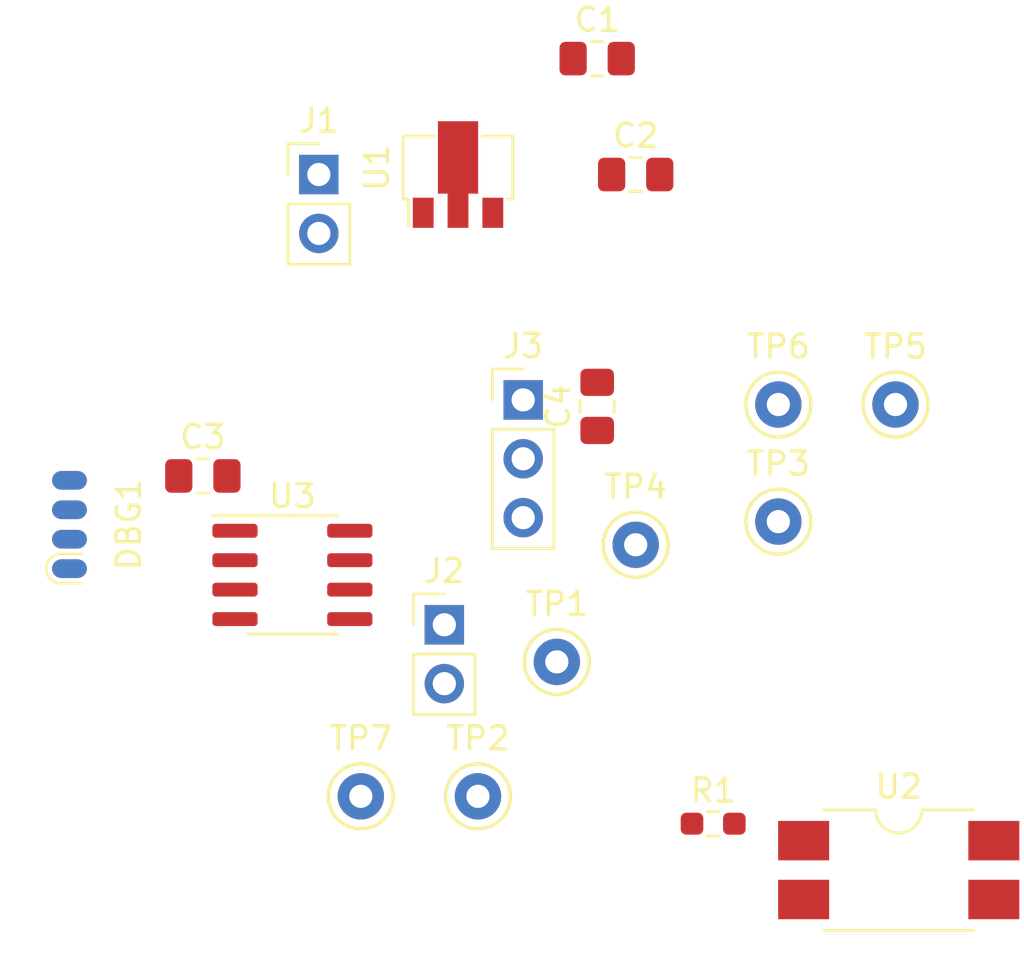
<source format=kicad_pcb>
(kicad_pcb (version 20211014) (generator pcbnew)
  (layers (0 "F.Cu" signal) (31 "B.Cu" signal) (34 "B.Paste" user) (35 "F.Paste" user) (36 "B.SilkS" user "B.Silkscreen") (37 "F.SilkS" user "F.Silkscreen") (38 "B.Mask" user) (39 "F.Mask" user) (44 "Edge.Cuts" user))
  (net 0 "")
  (net 1 "GND")
  (net 2 "+5V")
  (net 3 "+3V3")
  (net 4 "Net-(C4-Pad2)")
  (net 5 "MISO")
  (net 6 "MOSI")
  (net 7 "/DIM+")
  (net 8 "/DIM-")
  (net 9 "Net-(R1-Pad2)")
  (net 10 "SCK")
  (net 11 "~{RST}")
  (net 12 "Net-(TP4-Pad1)")
  (footprint "TestPoint:TestPoint_Keystone_5000-5004_Miniature" (layer "F.Cu") (at 132.81 110.82)
    (fp_text reference "TP7" (at 0 -2.5) (layer "F.SilkS"))
    (fp_text value "3V3")
    (fp_circle (center 0 0) (end 1.4 0) (layer "F.SilkS") (width 0.15) (fill none))
    (pad "1" thru_hole circle (at 0 0) (size 2 2) (drill 1) (layers *.Cu *.Mask) (net 3 "+3V3"))
  )
  (footprint "Capacitor_SMD:C_0805_2012Metric_Pad1.18x1.45mm_HandSolder" (layer "F.Cu") (at 143 79)
    (fp_text reference "C1" (at 0 -1.68) (layer "F.SilkS"))
    (fp_text value "330n")
    (fp_line (start -0.261252 0.735) (end 0.261252 0.735) (layer "F.SilkS") (width 0.12))
    (fp_line (start -0.261252 -0.735) (end 0.261252 -0.735) (layer "F.SilkS") (width 0.12))
    (pad "1" smd roundrect (at -1.0375 0) (size 1.175 1.45) (layers "F.Cu" "F.Paste" "F.Mask") (roundrect_rratio 0.212766) (net 1 "GND"))
    (pad "2" smd roundrect (at 1.0375 0) (size 1.175 1.45) (layers "F.Cu" "F.Paste" "F.Mask") (roundrect_rratio 0.212766) (net 2 "+5V"))
  )
  (footprint "PersonalConnectors:SOICbite" (layer "F.Cu") (at 119.5 99.095 -90)
    (fp_text reference "DBG1" (at 0 -3.302 90) (layer "F.SilkS"))
    (fp_text value "AVRISP_SOICbite")
    (fp_line (start 1.27 -0.381) (end 1.27 -1.27) (layer "F.SilkS") (width 0.1))
    (fp_line (start 2.54 -0.381) (end 2.54 -1.27) (layer "F.SilkS") (width 0.1))
    (fp_arc (start 2.54 -0.381) (mid 1.905 0.254) (end 1.27 -0.381) (layer "F.SilkS") (width 0.1))
    (pad "" np_thru_hole circle (at 2.54 -1.905 270) (size 0.7 0.7) (drill 0.7) (layers *.Cu *.Mask))
    (pad "" np_thru_hole circle (at 1.27 -1.905 270) (size 0.7 0.7) (drill 0.7) (layers *.Cu *.Mask))
    (pad "" np_thru_hole circle (at -2.54 -1.905 270) (size 0.7 0.7) (drill 0.7) (layers *.Cu *.Mask))
    (pad "" np_thru_hole circle (at -1.27 -1.905 270) (size 0.7 0.7) (drill 0.7) (layers *.Cu *.Mask))
    (pad "" np_thru_hole circle (at 0 -1.905 270) (size 0.7 0.7) (drill 0.7) (layers *.Cu *.Mask))
    (pad "1" smd oval (at 1.905 -0.75 270) (size 0.8 1.5) (layers "F.Cu" "F.Mask") (net 3 "+3V3"))
    (pad "2" smd oval (at 0.635 -0.75 270) (size 0.8 1.5) (layers "F.Cu" "F.Mask"))
    (pad "3" smd oval (at -0.635 -0.75 270) (size 0.8 1.5) (layers "F.Cu" "F.Mask"))
    (pad "4" smd oval (at -1.905 -0.75 270) (size 0.8 1.5) (layers "F.Cu" "F.Mask") (net 1 "GND"))
    (pad "5" smd oval (at -1.905 -0.75 270) (size 0.8 1.5) (layers "B.Cu" "B.Mask") (net 6 "MOSI"))
    (pad "6" smd oval (at -0.635 -0.75 270) (size 0.8 1.5) (layers "B.Cu" "B.Mask") (net 5 "MISO"))
    (pad "7" smd oval (at 0.635 -0.75 270) (size 0.8 1.5) (layers "B.Cu" "B.Mask") (net 10 "SCK"))
    (pad "8" smd oval (at 1.905 -0.75 270) (size 0.8 1.5) (layers "B.Cu" "B.Mask") (net 11 "~{RST}"))
  )
  (footprint "Capacitor_SMD:C_0805_2012Metric_Pad1.18x1.45mm_HandSolder" (layer "F.Cu") (at 144.66 84)
    (fp_text reference "C2" (at 0 -1.68) (layer "F.SilkS"))
    (fp_text value "100n")
    (fp_line (start -0.261252 -0.735) (end 0.261252 -0.735) (layer "F.SilkS") (width 0.12))
    (fp_line (start -0.261252 0.735) (end 0.261252 0.735) (layer "F.SilkS") (width 0.12))
    (pad "1" smd roundrect (at -1.0375 0) (size 1.175 1.45) (layers "F.Cu" "F.Paste" "F.Mask") (roundrect_rratio 0.212766) (net 3 "+3V3"))
    (pad "2" smd roundrect (at 1.0375 0) (size 1.175 1.45) (layers "F.Cu" "F.Paste" "F.Mask") (roundrect_rratio 0.212766) (net 1 "GND"))
  )
  (footprint "Package_TO_SOT_SMD:SOT-89-3" (layer "F.Cu") (at 137 84 90)
    (fp_text reference "U1" (at 0.3 -3.5 90) (layer "F.SilkS"))
    (fp_text value "L78L33_SOT89")
    (fp_line (start -1.06 -2.36) (end 1.66 -2.36) (layer "F.SilkS") (width 0.12))
    (fp_line (start 1.66 1.05) (end 1.66 2.36) (layer "F.SilkS") (width 0.12))
    (fp_line (start -1.06 2.36) (end -1.06 2.13) (layer "F.SilkS") (width 0.12))
    (fp_line (start -1.06 -2.36) (end -1.06 -2.13) (layer "F.SilkS") (width 0.12))
    (fp_line (start 1.66 2.36) (end -1.06 2.36) (layer "F.SilkS") (width 0.12))
    (fp_line (start -2.2 -2.13) (end -1.06 -2.13) (layer "F.SilkS") (width 0.12))
    (fp_line (start 1.66 -2.36) (end 1.66 -1.05) (layer "F.SilkS") (width 0.12))
    (pad "1" smd rect (at -1.65 -1.5 90) (size 1.3 0.9) (layers "F.Cu" "F.Paste" "F.Mask") (net 3 "+3V3"))
    (pad "2" smd custom (at -1.5625 0 90) (size 1.475 0.9) (layers "F.Cu" "F.Paste" "F.Mask") (net 1 "GND") (options (clearance outline) (anchor rect)) (primitives (gr_poly (pts (xy 3.8625 0.8665) (xy 0.7375 0.8665) (xy 0.7375 -0.8665) (xy 3.8625 -0.8665)) (width 0) (fill yes))))
    (pad "3" smd rect (at -1.65 1.5 90) (size 1.3 0.9) (layers "F.Cu" "F.Paste" "F.Mask") (net 2 "+5V"))
  )
  (footprint "TestPoint:TestPoint_Keystone_5000-5004_Miniature" (layer "F.Cu") (at 137.86 110.82)
    (fp_text reference "TP2" (at 0 -2.5) (layer "F.SilkS"))
    (fp_text value "PB1")
    (fp_circle (center 0 0) (end 1.4 0) (layer "F.SilkS") (width 0.15) (fill none))
    (pad "1" thru_hole circle (at 0 0) (size 2 2) (drill 1) (layers *.Cu *.Mask) (net 5 "MISO"))
  )
  (footprint "Package_SO:SOIC-8_3.9x4.9mm_P1.27mm" (layer "F.Cu") (at 129.86 101.27)
    (fp_text reference "U3" (at 0 -3.4) (layer "F.SilkS"))
    (fp_text value "ATtiny13A-SS")
    (fp_line (start 0 -2.56) (end 1.95 -2.56) (layer "F.SilkS") (width 0.12))
    (fp_line (start 0 -2.56) (end -3.45 -2.56) (layer "F.SilkS") (width 0.12))
    (fp_line (start 0 2.56) (end 1.95 2.56) (layer "F.SilkS") (width 0.12))
    (fp_line (start 0 2.56) (end -1.95 2.56) (layer "F.SilkS") (width 0.12))
    (pad "1" smd roundrect (at -2.475 -1.905) (size 1.95 0.6) (layers "F.Cu" "F.Paste" "F.Mask") (net 11 "~{RST}"))
    (pad "2" smd roundrect (at -2.475 -0.635) (size 1.95 0.6) (layers "F.Cu" "F.Paste" "F.Mask") (net 12 "Net-(TP4-Pad1)"))
    (pad "3" smd roundrect (at -2.475 0.635) (size 1.95 0.6) (layers "F.Cu" "F.Paste" "F.Mask") (net 4 "Net-(C4-Pad2)"))
    (pad "4" smd roundrect (at -2.475 1.905) (size 1.95 0.6) (layers "F.Cu" "F.Paste" "F.Mask") (net 1 "GND"))
    (pad "5" smd roundrect (at 2.475 1.905) (size 1.95 0.6) (layers "F.Cu" "F.Paste" "F.Mask") (net 6 "MOSI"))
    (pad "6" smd roundrect (at 2.475 0.635) (size 1.95 0.6) (layers "F.Cu" "F.Paste" "F.Mask") (net 5 "MISO"))
    (pad "7" smd roundrect (at 2.475 -0.635) (size 1.95 0.6) (layers "F.Cu" "F.Paste" "F.Mask") (net 10 "SCK"))
    (pad "8" smd roundrect (at 2.475 -1.905) (size 1.95 0.6) (layers "F.Cu" "F.Paste" "F.Mask") (net 3 "+3V3"))
  )
  (footprint "Capacitor_SMD:C_0805_2012Metric_Pad1.18x1.45mm_HandSolder" (layer "F.Cu") (at 126 97)
    (fp_text reference "C3" (at 0 -1.68) (layer "F.SilkS"))
    (fp_text value "100n")
    (fp_line (start -0.261252 0.735) (end 0.261252 0.735) (layer "F.SilkS") (width 0.12))
    (fp_line (start -0.261252 -0.735) (end 0.261252 -0.735) (layer "F.SilkS") (width 0.12))
    (pad "1" smd roundrect (at -1.0375 0) (size 1.175 1.45) (layers "F.Cu" "F.Paste" "F.Mask") (roundrect_rratio 0.212766) (net 3 "+3V3"))
    (pad "2" smd roundrect (at 1.0375 0) (size 1.175 1.45) (layers "F.Cu" "F.Paste" "F.Mask") (roundrect_rratio 0.212766) (net 1 "GND"))
  )
  (footprint "Connector_PinHeader_2.54mm:PinHeader_1x02_P2.54mm_Vertical" (layer "F.Cu") (at 136.41 103.42)
    (fp_text reference "J2" (at 0 -2.33) (layer "F.SilkS"))
    (fp_text value "LED-PSU")
    (fp_line (start -1.33 1.27) (end -1.33 3.87) (layer "F.SilkS") (width 0.12))
    (fp_line (start -1.33 1.27) (end 1.33 1.27) (layer "F.SilkS") (width 0.12))
    (fp_line (start -1.33 -1.33) (end 0 -1.33) (layer "F.SilkS") (width 0.12))
    (fp_line (start -1.33 3.87) (end 1.33 3.87) (layer "F.SilkS") (width 0.12))
    (fp_line (start 1.33 1.27) (end 1.33 3.87) (layer "F.SilkS") (width 0.12))
    (fp_line (start -1.33 0) (end -1.33 -1.33) (layer "F.SilkS") (width 0.12))
    (pad "1" thru_hole rect (at 0 0) (size 1.7 1.7) (drill 1) (layers *.Cu *.Mask) (net 7 "/DIM+"))
    (pad "2" thru_hole oval (at 0 2.54) (size 1.7 1.7) (drill 1) (layers *.Cu *.Mask) (net 8 "/DIM-"))
  )
  (footprint "PersonalDiscretes:SMD-4-Optocoupler" (layer "F.Cu") (at 156 114)
    (fp_text reference "U2" (at 0 -3.6) (layer "F.SilkS"))
    (fp_text value "PC817X3")
    (fp_line (start -1 -2.6) (end -3.235 -2.6) (layer "F.SilkS") (width 0.12))
    (fp_line (start -3.235 2.6) (end 3.235 2.6) (layer "F.SilkS") (width 0.12))
    (fp_line (start 3.235 -2.6) (end 1 -2.6) (layer "F.SilkS") (width 0.12))
    (fp_arc (start 1 -2.6) (mid 0 -1.6) (end -1 -2.6) (layer "F.SilkS") (width 0.12))
    (pad "1" smd rect (at -4.1 -1.27) (size 2.2 1.7) (layers "F.Cu" "F.Paste" "F.Mask") (net 9 "Net-(R1-Pad2)"))
    (pad "2" smd rect (at -4.1 1.27) (size 2.2 1.7) (layers "F.Cu" "F.Paste" "F.Mask") (net 1 "GND"))
    (pad "3" smd rect (at 4.1 1.27) (size 2.2 1.7) (layers "F.Cu" "F.Paste" "F.Mask") (net 8 "/DIM-"))
    (pad "4" smd rect (at 4.1 -1.27) (size 2.2 1.7) (layers "F.Cu" "F.Paste" "F.Mask") (net 7 "/DIM+"))
  )
  (footprint "Connector_PinHeader_2.54mm:PinHeader_1x03_P2.54mm_Vertical" (layer "F.Cu") (at 139.81 93.72)
    (fp_text reference "J3" (at 0 -2.33) (layer "F.SilkS"))
    (fp_text value "POT")
    (fp_line (start -1.33 6.41) (end 1.33 6.41) (layer "F.SilkS") (width 0.12))
    (fp_line (start 1.33 1.27) (end 1.33 6.41) (layer "F.SilkS") (width 0.12))
    (fp_line (start -1.33 1.27) (end -1.33 6.41) (layer "F.SilkS") (width 0.12))
    (fp_line (start -1.33 -1.33) (end 0 -1.33) (layer "F.SilkS") (width 0.12))
    (fp_line (start -1.33 1.27) (end 1.33 1.27) (layer "F.SilkS") (width 0.12))
    (fp_line (start -1.33 0) (end -1.33 -1.33) (layer "F.SilkS") (width 0.12))
    (pad "1" thru_hole rect (at 0 0) (size 1.7 1.7) (drill 1) (layers *.Cu *.Mask) (net 3 "+3V3"))
    (pad "2" thru_hole oval (at 0 2.54) (size 1.7 1.7) (drill 1) (layers *.Cu *.Mask) (net 4 "Net-(C4-Pad2)"))
    (pad "3" thru_hole oval (at 0 5.08) (size 1.7 1.7) (drill 1) (layers *.Cu *.Mask) (net 1 "GND"))
  )
  (footprint "Connector_PinHeader_2.54mm:PinHeader_1x02_P2.54mm_Vertical" (layer "F.Cu") (at 131 84)
    (fp_text reference "J1" (at 0 -2.33) (layer "F.SilkS"))
    (fp_text value "Conn_01x02")
    (fp_line (start -1.33 1.27) (end -1.33 3.87) (layer "F.SilkS") (width 0.12))
    (fp_line (start 1.33 1.27) (end 1.33 3.87) (layer "F.SilkS") (width 0.12))
    (fp_line (start -1.33 0) (end -1.33 -1.33) (layer "F.SilkS") (width 0.12))
    (fp_line (start -1.33 3.87) (end 1.33 3.87) (layer "F.SilkS") (width 0.12))
    (fp_line (start -1.33 -1.33) (end 0 -1.33) (layer "F.SilkS") (width 0.12))
    (fp_line (start -1.33 1.27) (end 1.33 1.27) (layer "F.SilkS") (width 0.12))
    (pad "1" thru_hole rect (at 0 0) (size 1.7 1.7) (drill 1) (layers *.Cu *.Mask) (net 2 "+5V"))
    (pad "2" thru_hole oval (at 0 2.54) (size 1.7 1.7) (drill 1) (layers *.Cu *.Mask) (net 1 "GND"))
  )
  (footprint "TestPoint:TestPoint_Keystone_5000-5004_Miniature" (layer "F.Cu") (at 150.81 98.97)
    (fp_text reference "TP3" (at 0 -2.5) (layer "F.SilkS"))
    (fp_text value "PB2")
    (fp_circle (center 0 0) (end 1.4 0) (layer "F.SilkS") (width 0.15) (fill none))
    (pad "1" thru_hole circle (at 0 0) (size 2 2) (drill 1) (layers *.Cu *.Mask) (net 10 "SCK"))
  )
  (footprint "TestPoint:TestPoint_Keystone_5000-5004_Miniature" (layer "F.Cu") (at 150.81 93.92)
    (fp_text reference "TP6" (at 0 -2.5) (layer "F.SilkS"))
    (fp_text value "PB5")
    (fp_circle (center 0 0) (end 1.4 0) (layer "F.SilkS") (width 0.15) (fill none))
    (pad "1" thru_hole circle (at 0 0) (size 2 2) (drill 1) (layers *.Cu *.Mask) (net 11 "~{RST}"))
  )
  (footprint "Resistor_SMD:R_0603_1608Metric_Pad0.98x0.95mm_HandSolder" (layer "F.Cu") (at 148 112)
    (fp_text reference "R1" (at 0 -1.43) (layer "F.SilkS"))
    (fp_text value "68R")
    (fp_line (start -0.254724 0.5225) (end 0.254724 0.5225) (layer "F.SilkS") (width 0.12))
    (fp_line (start -0.254724 -0.5225) (end 0.254724 -0.5225) (layer "F.SilkS") (width 0.12))
    (pad "1" smd roundrect (at -0.9125 0) (size 0.975 0.95) (layers "F.Cu" "F.Paste" "F.Mask") (net 6 "MOSI"))
    (pad "2" smd roundrect (at 0.9125 0) (size 0.975 0.95) (layers "F.Cu" "F.Paste" "F.Mask") (net 9 "Net-(R1-Pad2)"))
  )
  (footprint "TestPoint:TestPoint_Keystone_5000-5004_Miniature" (layer "F.Cu") (at 141.26 105.02)
    (fp_text reference "TP1" (at 0 -2.5) (layer "F.SilkS"))
    (fp_text value "PB0")
    (fp_circle (center 0 0) (end 1.4 0) (layer "F.SilkS") (width 0.15) (fill none))
    (pad "1" thru_hole circle (at 0 0) (size 2 2) (drill 1) (layers *.Cu *.Mask) (net 6 "MOSI"))
  )
  (footprint "Capacitor_SMD:C_0805_2012Metric_Pad1.18x1.45mm_HandSolder" (layer "F.Cu") (at 143 94 90)
    (fp_text reference "C4" (at 0 -1.68 90) (layer "F.SilkS"))
    (fp_text value "100n")
    (fp_line (start -0.261252 -0.735) (end 0.261252 -0.735) (layer "F.SilkS") (width 0.12))
    (fp_line (start -0.261252 0.735) (end 0.261252 0.735) (layer "F.SilkS") (width 0.12))
    (pad "1" smd roundrect (at -1.0375 0 90) (size 1.175 1.45) (layers "F.Cu" "F.Paste" "F.Mask") (roundrect_rratio 0.212766) (net 1 "GND"))
    (pad "2" smd roundrect (at 1.0375 0 90) (size 1.175 1.45) (layers "F.Cu" "F.Paste" "F.Mask") (roundrect_rratio 0.212766) (net 4 "Net-(C4-Pad2)"))
  )
  (footprint "TestPoint:TestPoint_Keystone_5000-5004_Miniature" (layer "F.Cu") (at 144.66 99.97)
    (fp_text reference "TP4" (at 0 -2.5) (layer "F.SilkS"))
    (fp_text value "PB3")
    (fp_circle (center 0 0) (end 1.4 0) (layer "F.SilkS") (width 0.15) (fill none))
    (pad "1" thru_hole circle (at 0 0) (size 2 2) (drill 1) (layers *.Cu *.Mask) (net 12 "Net-(TP4-Pad1)"))
  )
  (footprint "TestPoint:TestPoint_Keystone_5000-5004_Miniature" (layer "F.Cu") (at 155.86 93.92)
    (fp_text reference "TP5" (at 0 -2.5) (layer "F.SilkS"))
    (fp_text value "PB4")
    (fp_circle (center 0 0) (end 1.4 0) (layer "F.SilkS") (width 0.15) (fill none))
    (pad "1" thru_hole circle (at 0 0) (size 2 2) (drill 1) (layers *.Cu *.Mask) (net 4 "Net-(C4-Pad2)"))
  )
)
</source>
